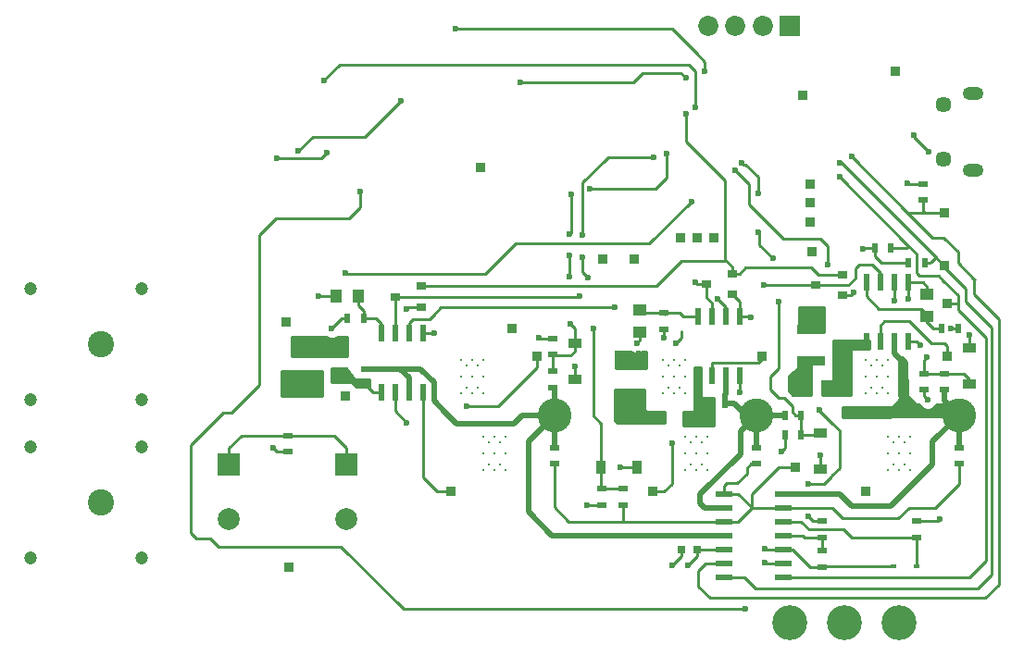
<source format=gbl>
G04 #@! TF.FileFunction,Copper,L4,Bot,Signal*
%FSLAX46Y46*%
G04 Gerber Fmt 4.6, Leading zero omitted, Abs format (unit mm)*
G04 Created by KiCad (PCBNEW 4.0.7) date Tue Jul  3 11:32:48 2018*
%MOMM*%
%LPD*%
G01*
G04 APERTURE LIST*
%ADD10C,0.100000*%
%ADD11R,2.500000X0.900000*%
%ADD12R,2.000000X2.000000*%
%ADD13C,2.000000*%
%ADD14R,0.600000X1.550000*%
%ADD15R,0.800000X0.750000*%
%ADD16R,0.900000X0.500000*%
%ADD17R,0.500000X0.900000*%
%ADD18R,1.850000X1.850000*%
%ADD19C,1.850000*%
%ADD20C,1.450000*%
%ADD21O,1.900000X1.200000*%
%ADD22R,0.900000X0.800000*%
%ADD23R,0.850000X0.850000*%
%ADD24R,1.500000X0.600000*%
%ADD25R,1.100000X1.100000*%
%ADD26C,2.400000*%
%ADD27C,1.200000*%
%ADD28C,3.200000*%
%ADD29C,3.100000*%
%ADD30C,0.320000*%
%ADD31R,0.600000X0.450000*%
%ADD32R,1.000000X1.250000*%
%ADD33R,1.250000X1.000000*%
%ADD34R,1.200000X0.900000*%
%ADD35R,0.900000X1.200000*%
%ADD36C,0.600000*%
%ADD37C,0.250000*%
%ADD38C,0.500000*%
%ADD39C,0.254000*%
G04 APERTURE END LIST*
D10*
D11*
X205740000Y-51636000D03*
X205740000Y-54536000D03*
D12*
X198750000Y-62500000D03*
D13*
X198750000Y-67500000D03*
D14*
X212690300Y-50523300D03*
X213960300Y-50523300D03*
X215230300Y-50523300D03*
X216500300Y-50523300D03*
X216500300Y-55923300D03*
X215230300Y-55923300D03*
X213960300Y-55923300D03*
X212690300Y-55923300D03*
D15*
X240100000Y-70275000D03*
X241600000Y-70275000D03*
D16*
X211242500Y-55243300D03*
X211242500Y-53743300D03*
D17*
X242582000Y-56896000D03*
X244082000Y-56896000D03*
D16*
X255397000Y-56019000D03*
X255397000Y-57519000D03*
D18*
X250063000Y-22352000D03*
D19*
X247563000Y-22352000D03*
X245063000Y-22352000D03*
X242563000Y-22352000D03*
D20*
X264083300Y-34549200D03*
X264083300Y-29549200D03*
D21*
X266783300Y-35549200D03*
X266783300Y-28549200D03*
D22*
X216361000Y-46190000D03*
X216361000Y-48090000D03*
X213961000Y-47140000D03*
X244786000Y-45024000D03*
X244786000Y-46924000D03*
X242386000Y-45974000D03*
X254819000Y-45151000D03*
X254819000Y-47051000D03*
X252419000Y-46101000D03*
D16*
X228500000Y-62450000D03*
X228500000Y-60950000D03*
X262250000Y-38325000D03*
X262250000Y-36825000D03*
X247000000Y-62450000D03*
X247000000Y-60950000D03*
X265500000Y-62450000D03*
X265500000Y-60950000D03*
D17*
X209562000Y-49149000D03*
X211062000Y-49149000D03*
X262375000Y-44050000D03*
X260875000Y-44050000D03*
X259300000Y-42675000D03*
X257800000Y-42675000D03*
D16*
X238506000Y-50153000D03*
X238506000Y-48653000D03*
X204100000Y-59850000D03*
X204100000Y-61350000D03*
D17*
X265418000Y-50038000D03*
X263918000Y-50038000D03*
D23*
X264160000Y-39497000D03*
X264160000Y-44323000D03*
X232918000Y-43688000D03*
X264439400Y-47752000D03*
X226949000Y-52578000D03*
X219000000Y-65000000D03*
X247523000Y-52578000D03*
X237500000Y-65000000D03*
X264414000Y-52578000D03*
X257000000Y-65000000D03*
X235839000Y-43688000D03*
X251206000Y-28702000D03*
X251925000Y-38550000D03*
X251900000Y-40350000D03*
X209423000Y-56261000D03*
X204200000Y-71925000D03*
X251900000Y-36875000D03*
X221742000Y-35306000D03*
X259715000Y-26543000D03*
X250500000Y-62750000D03*
D24*
X244000000Y-72810000D03*
X244000000Y-71540000D03*
X244000000Y-70270000D03*
X244000000Y-69000000D03*
X244000000Y-67730000D03*
X244000000Y-66460000D03*
X244000000Y-65190000D03*
X249400000Y-65190000D03*
X249400000Y-66460000D03*
X249400000Y-67730000D03*
X249400000Y-69000000D03*
X249400000Y-70270000D03*
X249400000Y-71540000D03*
X249400000Y-72810000D03*
D14*
X241681000Y-48989000D03*
X242951000Y-48989000D03*
X244221000Y-48989000D03*
X245491000Y-48989000D03*
X245491000Y-54389000D03*
X244221000Y-54389000D03*
X242951000Y-54389000D03*
X241681000Y-54389000D03*
X257048000Y-45814000D03*
X258318000Y-45814000D03*
X259588000Y-45814000D03*
X260858000Y-45814000D03*
X260858000Y-51214000D03*
X259588000Y-51214000D03*
X258318000Y-51214000D03*
X257048000Y-51214000D03*
D23*
X252095000Y-43053000D03*
X240050000Y-41750000D03*
X241600000Y-41775000D03*
X243125000Y-41775000D03*
D25*
X208788000Y-54486000D03*
X208788000Y-51686000D03*
X240795000Y-58166000D03*
X237995000Y-58166000D03*
X253400000Y-55325000D03*
X250600000Y-55325000D03*
D23*
X204000000Y-49500000D03*
D11*
X235375000Y-56073000D03*
X235375000Y-53173000D03*
X251950000Y-53025000D03*
X251950000Y-50125000D03*
D26*
X187000000Y-51500000D03*
D27*
X190800000Y-46420000D03*
X190800000Y-56580000D03*
X180640000Y-56580000D03*
X180640000Y-46420000D03*
D26*
X187000000Y-66000000D03*
D27*
X190800000Y-60920000D03*
X190800000Y-71080000D03*
X180640000Y-71080000D03*
X180640000Y-60920000D03*
D16*
X261650000Y-67675000D03*
X261650000Y-69175000D03*
X253025000Y-67675000D03*
X253025000Y-69175000D03*
X253025000Y-70375000D03*
X253025000Y-71875000D03*
D12*
X209500000Y-62500000D03*
D13*
X209500000Y-67500000D03*
D28*
X260000000Y-77000000D03*
X250000000Y-77000000D03*
X255000000Y-77000000D03*
D29*
X228500000Y-58000000D03*
X247000000Y-58000000D03*
X265500000Y-58000000D03*
D30*
X219968000Y-52976000D03*
X220984000Y-52976000D03*
X222000000Y-52976000D03*
X219968000Y-54500000D03*
X220984000Y-54500000D03*
X222000000Y-54500000D03*
X222000000Y-56024000D03*
X220984000Y-56024000D03*
X219968000Y-56024000D03*
X220476000Y-55516000D03*
X221492000Y-55516000D03*
X221492000Y-53484000D03*
X220476000Y-53484000D03*
X238468000Y-52976000D03*
X239484000Y-52976000D03*
X240500000Y-52976000D03*
X238468000Y-54500000D03*
X239484000Y-54500000D03*
X240500000Y-54500000D03*
X240500000Y-56024000D03*
X239484000Y-56024000D03*
X238468000Y-56024000D03*
X238976000Y-55516000D03*
X239992000Y-55516000D03*
X239992000Y-53484000D03*
X238976000Y-53484000D03*
X256968000Y-52976000D03*
X257984000Y-52976000D03*
X259000000Y-52976000D03*
X256968000Y-54500000D03*
X257984000Y-54500000D03*
X259000000Y-54500000D03*
X259000000Y-56024000D03*
X257984000Y-56024000D03*
X256968000Y-56024000D03*
X257476000Y-55516000D03*
X258492000Y-55516000D03*
X258492000Y-53484000D03*
X257476000Y-53484000D03*
X224032000Y-63024000D03*
X223016000Y-63024000D03*
X222000000Y-63024000D03*
X224032000Y-61500000D03*
X223016000Y-61500000D03*
X222000000Y-61500000D03*
X222000000Y-59976000D03*
X223016000Y-59976000D03*
X224032000Y-59976000D03*
X223524000Y-60484000D03*
X222508000Y-60484000D03*
X222508000Y-62516000D03*
X223524000Y-62516000D03*
X242532000Y-63024000D03*
X241516000Y-63024000D03*
X240500000Y-63024000D03*
X242532000Y-61500000D03*
X241516000Y-61500000D03*
X240500000Y-61500000D03*
X240500000Y-59976000D03*
X241516000Y-59976000D03*
X242532000Y-59976000D03*
X242024000Y-60484000D03*
X241008000Y-60484000D03*
X241008000Y-62516000D03*
X242024000Y-62516000D03*
X261032000Y-63024000D03*
X260016000Y-63024000D03*
X259000000Y-63024000D03*
X261032000Y-61500000D03*
X260016000Y-61500000D03*
X259000000Y-61500000D03*
X259000000Y-59976000D03*
X260016000Y-59976000D03*
X261032000Y-59976000D03*
X260524000Y-60484000D03*
X259508000Y-60484000D03*
X259508000Y-62516000D03*
X260524000Y-62516000D03*
D31*
X261654000Y-71856600D03*
X259554000Y-71856600D03*
D32*
X210562700Y-47129700D03*
X208562700Y-47129700D03*
D33*
X236321600Y-48403000D03*
X236321600Y-50403000D03*
X262597900Y-48955200D03*
X262597900Y-46955200D03*
D23*
X224599500Y-50038000D03*
D34*
X266446000Y-55117000D03*
X266446000Y-51817000D03*
X252793500Y-59627500D03*
X252793500Y-62927500D03*
D35*
X232792000Y-62738000D03*
X236092000Y-62738000D03*
D34*
X230352600Y-51385200D03*
X230352600Y-54685200D03*
D16*
X264160000Y-55677500D03*
X264160000Y-54177500D03*
D17*
X249567000Y-57975500D03*
X251067000Y-57975500D03*
D16*
X234759500Y-66218500D03*
X234759500Y-64718500D03*
X228371400Y-55436200D03*
X228371400Y-53936200D03*
X262318500Y-54177500D03*
X262318500Y-55677500D03*
D17*
X251067000Y-59817000D03*
X249567000Y-59817000D03*
D16*
X232854500Y-64718500D03*
X232854500Y-66218500D03*
X228371400Y-52464400D03*
X228371400Y-50964400D03*
D36*
X239649000Y-51435000D03*
X255879600Y-46761400D03*
X230352600Y-53543200D03*
X227126800Y-50927000D03*
X249237500Y-61341000D03*
X252793500Y-61658500D03*
X234569000Y-62738000D03*
X231521000Y-66230500D03*
X266446000Y-50609500D03*
X262636000Y-56578500D03*
X236029500Y-51384200D03*
X206921100Y-47117000D03*
X260883400Y-47383700D03*
X246507000Y-49022000D03*
X217504300Y-50523300D03*
X215011000Y-48260000D03*
X239250000Y-71750000D03*
X202750000Y-61000000D03*
X247750000Y-70250000D03*
X209425000Y-44975000D03*
X241050000Y-38425000D03*
X256750000Y-42750000D03*
X260750000Y-36750000D03*
X220472000Y-57150000D03*
X215011000Y-58674000D03*
X245491000Y-55880000D03*
X239268000Y-60579000D03*
X261937500Y-51562000D03*
X240575000Y-30450000D03*
X230800000Y-47100000D03*
X241427000Y-45847000D03*
X247650000Y-46101000D03*
X219500000Y-22650000D03*
X242250000Y-26550000D03*
X255675000Y-34350000D03*
X254600000Y-34925000D03*
X254600000Y-36200000D03*
X234050000Y-48125000D03*
X243459000Y-47371000D03*
X259588000Y-47498000D03*
X241363500Y-29845000D03*
X207400000Y-27400000D03*
X251750000Y-67250000D03*
X251750000Y-64250000D03*
X252750000Y-57500000D03*
X240550000Y-27150000D03*
X225400000Y-27550000D03*
X214500000Y-29200000D03*
X205100000Y-33800000D03*
X261350500Y-32350000D03*
X262700500Y-33850000D03*
X263750000Y-67500000D03*
X235394500Y-52362100D03*
X264731500Y-50038000D03*
X238506000Y-50927000D03*
X236220000Y-52324000D03*
X234315000Y-52324000D03*
X208153000Y-50038000D03*
X203835000Y-55880000D03*
X206248000Y-55880000D03*
X205105000Y-55880000D03*
X251210000Y-48550000D03*
X251990000Y-48540000D03*
X252820000Y-48530000D03*
X240750000Y-71750000D03*
X245999000Y-75692000D03*
X210750000Y-37500000D03*
X247750000Y-71500000D03*
X203100000Y-34500000D03*
X207700000Y-34000000D03*
X245046500Y-35560000D03*
X253492000Y-44196000D03*
X262572500Y-52705000D03*
X249047000Y-47625000D03*
X248475500Y-43624500D03*
X247142000Y-41211500D03*
X247142000Y-37719000D03*
X245668800Y-34899600D03*
X231076500Y-41465500D03*
X231076500Y-43497500D03*
X231584500Y-45402500D03*
X232092500Y-50038000D03*
X237566200Y-34366200D03*
X238785400Y-34036000D03*
X229946200Y-49606200D03*
X229895400Y-45313600D03*
X229895400Y-43357800D03*
X229895400Y-41452800D03*
X230047800Y-37769800D03*
X231724200Y-37312600D03*
D37*
X240157000Y-50280000D02*
X240157000Y-50927000D01*
X240157000Y-50927000D02*
X239649000Y-51435000D01*
X254819000Y-47051000D02*
X255590000Y-47051000D01*
X255590000Y-47051000D02*
X255879600Y-46761400D01*
X230352600Y-54685200D02*
X230352600Y-53543200D01*
X228371400Y-50964400D02*
X227164200Y-50964400D01*
X227164200Y-50964400D02*
X227126800Y-50927000D01*
X249567000Y-59817000D02*
X249567000Y-61011500D01*
X249567000Y-61011500D02*
X249237500Y-61341000D01*
X252793500Y-62927500D02*
X252793500Y-61658500D01*
X236092000Y-62738000D02*
X234569000Y-62738000D01*
X232854500Y-66218500D02*
X231533000Y-66218500D01*
X231533000Y-66218500D02*
X231521000Y-66230500D01*
X266446000Y-51817000D02*
X266446000Y-50609500D01*
X262318500Y-55677500D02*
X262318500Y-56261000D01*
X262318500Y-56261000D02*
X262636000Y-56578500D01*
X262597900Y-46955200D02*
X262597900Y-46215300D01*
X262196600Y-45814000D02*
X260858000Y-45814000D01*
X262597900Y-46215300D02*
X262196600Y-45814000D01*
X236321600Y-50403000D02*
X236321600Y-51092100D01*
X236321600Y-51092100D02*
X236029500Y-51384200D01*
X208062700Y-47129700D02*
X206933800Y-47129700D01*
X206933800Y-47129700D02*
X206921100Y-47117000D01*
X260858000Y-45814000D02*
X260858000Y-47358300D01*
X260858000Y-47358300D02*
X260883400Y-47383700D01*
X259554000Y-71856600D02*
X253043400Y-71856600D01*
X253043400Y-71856600D02*
X253025000Y-71875000D01*
X245491000Y-48989000D02*
X246474000Y-48989000D01*
X246474000Y-48989000D02*
X246507000Y-49022000D01*
X244786000Y-46924000D02*
X244790000Y-46924000D01*
X244790000Y-46924000D02*
X245491000Y-47625000D01*
X245491000Y-47625000D02*
X245491000Y-48989000D01*
X216500300Y-50523300D02*
X217504300Y-50523300D01*
X215171000Y-48090000D02*
X215171000Y-48100000D01*
X216361000Y-48090000D02*
X215171000Y-48090000D01*
X215171000Y-48100000D02*
X215011000Y-48260000D01*
X240100000Y-70275000D02*
X240100000Y-70900000D01*
X240100000Y-70900000D02*
X239250000Y-71750000D01*
X204100000Y-61350000D02*
X203100000Y-61350000D01*
X203100000Y-61350000D02*
X202750000Y-61000000D01*
X249400000Y-70270000D02*
X247770000Y-70270000D01*
X247770000Y-70270000D02*
X247750000Y-70250000D01*
X249400000Y-70270000D02*
X250270000Y-70270000D01*
X251875000Y-71875000D02*
X253025000Y-71875000D01*
X250270000Y-70270000D02*
X251875000Y-71875000D01*
X212690300Y-55923300D02*
X211922500Y-55923300D01*
X211922500Y-55923300D02*
X211242500Y-55243300D01*
X211062000Y-49149000D02*
X211062000Y-48413100D01*
X210562700Y-47913800D02*
X210562700Y-47129700D01*
X211062000Y-48413100D02*
X210562700Y-47913800D01*
X211062700Y-49148300D02*
X211062000Y-49149000D01*
X212690300Y-50523300D02*
X212690300Y-49622300D01*
X212217000Y-49149000D02*
X211062000Y-49149000D01*
X212690300Y-49622300D02*
X212217000Y-49149000D01*
X236200000Y-42300000D02*
X237175000Y-42300000D01*
X237175000Y-42300000D02*
X241050000Y-38425000D01*
X236100000Y-42300000D02*
X236200000Y-42300000D01*
X224975000Y-42300000D02*
X236100000Y-42300000D01*
X222200000Y-45075000D02*
X224975000Y-42300000D01*
X209525000Y-45075000D02*
X222200000Y-45075000D01*
X209425000Y-44975000D02*
X209525000Y-45075000D01*
X236536800Y-48653000D02*
X238506000Y-48653000D01*
X236321600Y-48437800D02*
X236536800Y-48653000D01*
X241681000Y-48989000D02*
X240251000Y-48989000D01*
X239915000Y-48653000D02*
X238506000Y-48653000D01*
X240251000Y-48989000D02*
X239915000Y-48653000D01*
X238633000Y-48780000D02*
X238506000Y-48653000D01*
X255397000Y-56019000D02*
X255397000Y-52832000D01*
X255872000Y-51214000D02*
X257048000Y-51214000D01*
X255397000Y-51689000D02*
X255872000Y-51214000D01*
X255397000Y-52832000D02*
X255397000Y-51689000D01*
X253400000Y-55325000D02*
X253400000Y-55900000D01*
X253555300Y-56055300D02*
X255383100Y-56055300D01*
X253400000Y-55900000D02*
X253555300Y-56055300D01*
D38*
X264160000Y-55677500D02*
X264160000Y-56660000D01*
X264160000Y-56660000D02*
X265500000Y-58000000D01*
X255397000Y-57519000D02*
X259195000Y-57519000D01*
X259676000Y-58000000D02*
X261962000Y-58000000D01*
X259195000Y-57519000D02*
X259676000Y-58000000D01*
X265500000Y-58000000D02*
X261962000Y-58000000D01*
X259588000Y-52324000D02*
X259588000Y-51214000D01*
X260223000Y-52959000D02*
X259588000Y-52324000D01*
X260223000Y-56261000D02*
X260223000Y-52959000D01*
X261962000Y-58000000D02*
X260223000Y-56261000D01*
X259700000Y-65875000D02*
X259250000Y-66325000D01*
X255725000Y-66325000D02*
X255284998Y-65884998D01*
X259250000Y-66325000D02*
X255725000Y-66325000D01*
X249400000Y-65190000D02*
X254590000Y-65190000D01*
X263075000Y-60425000D02*
X265500000Y-58000000D01*
X263075000Y-62500000D02*
X263075000Y-60425000D01*
X259700000Y-65875000D02*
X263075000Y-62500000D01*
X254590000Y-65190000D02*
X255284998Y-65884998D01*
X265500000Y-58000000D02*
X265500000Y-60950000D01*
D37*
X263918000Y-50038000D02*
X263180700Y-50038000D01*
X263180700Y-50038000D02*
X262496300Y-49353600D01*
X262496300Y-49353600D02*
X262496300Y-48717200D01*
X262496300Y-48717200D02*
X262039100Y-48260000D01*
X262039100Y-48260000D02*
X260921500Y-48260000D01*
X260921500Y-48260000D02*
X260731000Y-48260000D01*
X260731000Y-48260000D02*
X258191000Y-48260000D01*
X257048000Y-47117000D02*
X257048000Y-45814000D01*
X258191000Y-48260000D02*
X257048000Y-47117000D01*
X258445000Y-44050000D02*
X258426000Y-44050000D01*
X257800000Y-43424000D02*
X257800000Y-42675000D01*
X258426000Y-44050000D02*
X257800000Y-43424000D01*
X257800000Y-42675000D02*
X256825000Y-42675000D01*
X256825000Y-42675000D02*
X256750000Y-42750000D01*
X260875000Y-44050000D02*
X258445000Y-44050000D01*
X262250000Y-36825000D02*
X260825000Y-36825000D01*
X260825000Y-36825000D02*
X260750000Y-36750000D01*
X250600000Y-55325000D02*
X251375000Y-55325000D01*
X251950000Y-54750000D02*
X251950000Y-53025000D01*
X251375000Y-55325000D02*
X251950000Y-54750000D01*
X213960300Y-57470700D02*
X213960300Y-57623300D01*
X213960300Y-55923300D02*
X213960300Y-57470700D01*
X226949000Y-53594000D02*
X226949000Y-52578000D01*
X223393000Y-57150000D02*
X226949000Y-53594000D01*
X220472000Y-57150000D02*
X223393000Y-57150000D01*
X213960300Y-57623300D02*
X215011000Y-58674000D01*
D38*
X228500000Y-58000000D02*
X228500000Y-55564800D01*
X228500000Y-55564800D02*
X228371400Y-55436200D01*
X220027500Y-58737500D02*
X219583000Y-58737500D01*
X218567000Y-57721500D02*
X218567000Y-57736000D01*
X219583000Y-58737500D02*
X218567000Y-57721500D01*
X224790000Y-58737500D02*
X225527500Y-58000000D01*
X220027500Y-58737500D02*
X224790000Y-58737500D01*
X218567000Y-57736000D02*
X217531000Y-56700000D01*
X217531000Y-56700000D02*
X217531000Y-55000000D01*
X217531000Y-55000000D02*
X216274300Y-53743300D01*
X214424300Y-53743300D02*
X216274300Y-53743300D01*
X225527500Y-58000000D02*
X228500000Y-58000000D01*
X244000000Y-69000000D02*
X228300000Y-69000000D01*
X228300000Y-69000000D02*
X226125000Y-66825000D01*
X226125000Y-66825000D02*
X226125000Y-60375000D01*
X226125000Y-60375000D02*
X228500000Y-58000000D01*
X228500000Y-58000000D02*
X228500000Y-60950000D01*
X215244500Y-55937500D02*
X215230300Y-55923300D01*
X211242500Y-53743300D02*
X214424300Y-53743300D01*
X215230300Y-54549300D02*
X215230300Y-55923300D01*
X214424300Y-53743300D02*
X215230300Y-54549300D01*
D37*
X247523000Y-52578000D02*
X247523000Y-52832000D01*
X247523000Y-52832000D02*
X247142000Y-53213000D01*
X247142000Y-53213000D02*
X242951000Y-53213000D01*
X242951000Y-54389000D02*
X242951000Y-53213000D01*
D38*
X247000000Y-58000000D02*
X249542500Y-58000000D01*
X249542500Y-58000000D02*
X249567000Y-57975500D01*
X244082000Y-56896000D02*
X244082000Y-56146000D01*
X244221000Y-56007000D02*
X244221000Y-54389000D01*
X244082000Y-56146000D02*
X244221000Y-56007000D01*
X247000000Y-58000000D02*
X246087000Y-58000000D01*
X246087000Y-58000000D02*
X244983000Y-56896000D01*
X244983000Y-56896000D02*
X244082000Y-56896000D01*
X241850000Y-65278000D02*
X241850000Y-65236000D01*
X245550000Y-61536000D02*
X245550000Y-60700000D01*
X241850000Y-65236000D02*
X245550000Y-61536000D01*
X244000000Y-66460000D02*
X242260000Y-66460000D01*
X245550000Y-59450000D02*
X247000000Y-58000000D01*
X245550000Y-60700000D02*
X245550000Y-59450000D01*
X241850000Y-66050000D02*
X241850000Y-65278000D01*
X242260000Y-66460000D02*
X241850000Y-66050000D01*
X247000000Y-60950000D02*
X247000000Y-58000000D01*
X247000000Y-58000000D02*
X247000000Y-57100000D01*
D37*
X258318000Y-51214000D02*
X258318000Y-49784000D01*
X264414000Y-51689000D02*
X264414000Y-52578000D01*
X264160000Y-51435000D02*
X264414000Y-51689000D01*
X263779000Y-51435000D02*
X264160000Y-51435000D01*
X263017000Y-51435000D02*
X263779000Y-51435000D01*
X262382000Y-50800000D02*
X263017000Y-51435000D01*
X260985000Y-49403000D02*
X262382000Y-50800000D01*
X258699000Y-49403000D02*
X260985000Y-49403000D01*
X258318000Y-49784000D02*
X258699000Y-49403000D01*
X216500300Y-63119000D02*
X216500300Y-63719300D01*
X217781000Y-65000000D02*
X219000000Y-65000000D01*
X216500300Y-63719300D02*
X217781000Y-65000000D01*
X216500300Y-55923300D02*
X216500300Y-63119000D01*
X216500300Y-63119000D02*
X216500300Y-63130700D01*
X237500000Y-65000000D02*
X238530000Y-65000000D01*
X245491000Y-55880000D02*
X245491000Y-54389000D01*
X239268000Y-64262000D02*
X239268000Y-60579000D01*
X238530000Y-65000000D02*
X239268000Y-64262000D01*
X260858000Y-51214000D02*
X261589500Y-51214000D01*
X261589500Y-51214000D02*
X261937500Y-51562000D01*
X244786000Y-45024000D02*
X245425000Y-45024000D01*
X252669000Y-45151000D02*
X254819000Y-45151000D01*
X251968000Y-44450000D02*
X252669000Y-45151000D01*
X245999000Y-44450000D02*
X251968000Y-44450000D01*
X245425000Y-45024000D02*
X245999000Y-44450000D01*
X244786000Y-45024000D02*
X244786000Y-44411000D01*
X244786000Y-44411000D02*
X244140000Y-43765000D01*
X237835000Y-46190000D02*
X231866000Y-46190000D01*
X244140000Y-43765000D02*
X244030000Y-43875000D01*
X240150000Y-43875000D02*
X244030000Y-43875000D01*
X237835000Y-46190000D02*
X240150000Y-43875000D01*
X231866000Y-46190000D02*
X216361000Y-46190000D01*
X244140000Y-36540000D02*
X244140000Y-43765000D01*
X240575000Y-32975000D02*
X244140000Y-36540000D01*
X240575000Y-30450000D02*
X240575000Y-32975000D01*
X224790000Y-47140000D02*
X230760000Y-47140000D01*
X230760000Y-47140000D02*
X230800000Y-47100000D01*
X224791000Y-47140000D02*
X224790000Y-47140000D01*
X224790000Y-47140000D02*
X213961000Y-47140000D01*
X230800000Y-47100000D02*
X230760000Y-47140000D01*
X213961000Y-47140000D02*
X213961000Y-50522600D01*
X213961000Y-50522600D02*
X213960300Y-50523300D01*
X242951000Y-48989000D02*
X242951000Y-47752000D01*
X242386000Y-47187000D02*
X242386000Y-45974000D01*
X242951000Y-47752000D02*
X242386000Y-47187000D01*
X242386000Y-45974000D02*
X241554000Y-45974000D01*
X241554000Y-45974000D02*
X241427000Y-45847000D01*
X241427000Y-45847000D02*
X241452000Y-45872000D01*
X247650000Y-46101000D02*
X252419000Y-46101000D01*
X256032000Y-45085000D02*
X256032000Y-44577000D01*
X258318000Y-44958000D02*
X258318000Y-45814000D01*
X257556000Y-44196000D02*
X258318000Y-44958000D01*
X256413000Y-44196000D02*
X257556000Y-44196000D01*
X256032000Y-44577000D02*
X256413000Y-44196000D01*
X252419000Y-46101000D02*
X255397000Y-46101000D01*
X256032000Y-45466000D02*
X256032000Y-45085000D01*
X255397000Y-46101000D02*
X256032000Y-45466000D01*
X258318000Y-45212000D02*
X258318000Y-45814000D01*
X239250000Y-22650000D02*
X219500000Y-22650000D01*
X241450000Y-24850000D02*
X239250000Y-22650000D01*
X242250000Y-25650000D02*
X241450000Y-24850000D01*
X242250000Y-26550000D02*
X242250000Y-25650000D01*
X234759500Y-66218500D02*
X234759500Y-67730000D01*
X234759500Y-67730000D02*
X234759500Y-67627500D01*
X234759500Y-67627500D02*
X234759500Y-67730000D01*
X244665500Y-64198500D02*
X244284500Y-64198500D01*
X244000000Y-64483000D02*
X244000000Y-65190000D01*
X244284500Y-64198500D02*
X244000000Y-64483000D01*
X246477500Y-62450000D02*
X247000000Y-62450000D01*
X246126000Y-62801500D02*
X246477500Y-62450000D01*
X246126000Y-63309500D02*
X246126000Y-62801500D01*
X245237000Y-64198500D02*
X246126000Y-63309500D01*
X244665500Y-64198500D02*
X245237000Y-64198500D01*
X246565000Y-66435000D02*
X246565000Y-65185000D01*
X249000000Y-62750000D02*
X250500000Y-62750000D01*
X246565000Y-65185000D02*
X249000000Y-62750000D01*
X244000000Y-65190000D02*
X245320000Y-65190000D01*
X245320000Y-65190000D02*
X246565000Y-66435000D01*
X246565000Y-66435000D02*
X246590000Y-66460000D01*
X244000000Y-67730000D02*
X245320000Y-67730000D01*
X245320000Y-67730000D02*
X246590000Y-66460000D01*
X246590000Y-66460000D02*
X249400000Y-66460000D01*
X260950000Y-66460000D02*
X260950000Y-66475000D01*
X263315000Y-66460000D02*
X265500000Y-64275000D01*
X265500000Y-64275000D02*
X265500000Y-62450000D01*
X260950000Y-66460000D02*
X263315000Y-66460000D01*
X259075000Y-67450000D02*
X254875000Y-67450000D01*
X249400000Y-66460000D02*
X253885000Y-66460000D01*
X254875000Y-67450000D02*
X253885000Y-66460000D01*
X260950000Y-66475000D02*
X259975000Y-67450000D01*
X259975000Y-67450000D02*
X259075000Y-67450000D01*
X244000000Y-67730000D02*
X234759500Y-67730000D01*
X234759500Y-67730000D02*
X229805000Y-67730000D01*
X228500000Y-66425000D02*
X228500000Y-62450000D01*
X229805000Y-67730000D02*
X228500000Y-66425000D01*
X269150000Y-61250000D02*
X269150000Y-73475000D01*
X266887500Y-46912500D02*
X269150000Y-49175000D01*
X266887500Y-45562500D02*
X266887500Y-46912500D01*
X269150000Y-49175000D02*
X269150000Y-61250000D01*
X242335000Y-71540000D02*
X244000000Y-71540000D01*
X241675000Y-72200000D02*
X242335000Y-71540000D01*
X241675000Y-73650000D02*
X241675000Y-72200000D01*
X242750000Y-74725000D02*
X241675000Y-73650000D01*
X267900000Y-74725000D02*
X242750000Y-74725000D01*
X269150000Y-73475000D02*
X267900000Y-74725000D01*
X262250000Y-38325000D02*
X262250000Y-39300000D01*
X262250000Y-39300000D02*
X262447000Y-39497000D01*
X265412000Y-44087000D02*
X265412000Y-43071000D01*
X264124000Y-41783000D02*
X263108000Y-41783000D01*
X265412000Y-43071000D02*
X264124000Y-41783000D01*
X264160000Y-39497000D02*
X262447000Y-39497000D01*
X262447000Y-39497000D02*
X260822000Y-39497000D01*
X260985000Y-39497000D02*
X260985000Y-39660000D01*
X260822000Y-39497000D02*
X260985000Y-39497000D01*
X266936000Y-45611000D02*
X266887500Y-45562500D01*
X266887500Y-45562500D02*
X265412000Y-44087000D01*
X263108000Y-41783000D02*
X260985000Y-39660000D01*
X260985000Y-39660000D02*
X255675000Y-34350000D01*
X268487500Y-60987500D02*
X268487500Y-72562500D01*
X264033000Y-44333000D02*
X266128500Y-46428500D01*
X266128500Y-47603500D02*
X268487500Y-49962500D01*
X266128500Y-46428500D02*
X266128500Y-47603500D01*
X268487500Y-49962500D02*
X268487500Y-60987500D01*
X245860000Y-72810000D02*
X244000000Y-72810000D01*
X246900000Y-73850000D02*
X245860000Y-72810000D01*
X267200000Y-73850000D02*
X246900000Y-73850000D01*
X268487500Y-72562500D02*
X267200000Y-73850000D01*
X262375000Y-44050000D02*
X262850000Y-44050000D01*
X262975000Y-43925000D02*
X263368500Y-43531500D01*
X262850000Y-44050000D02*
X262975000Y-43925000D01*
X264033000Y-44196000D02*
X264033000Y-44333000D01*
X254600000Y-34925000D02*
X254762000Y-34925000D01*
X254762000Y-34925000D02*
X263368500Y-43531500D01*
X263368500Y-43531500D02*
X264033000Y-44196000D01*
X254625000Y-34925000D02*
X254600000Y-34925000D01*
X262420100Y-45250100D02*
X261912100Y-45250100D01*
X261620000Y-44958000D02*
X261620000Y-44450000D01*
X261912100Y-45250100D02*
X261620000Y-44958000D01*
X264439400Y-47752000D02*
X265400000Y-47752000D01*
X262420100Y-45250100D02*
X263650100Y-45250100D01*
X263650100Y-45250100D02*
X264013000Y-45613000D01*
X267950000Y-60575000D02*
X267950000Y-71350000D01*
X266490000Y-72810000D02*
X249400000Y-72810000D01*
X267950000Y-71350000D02*
X266490000Y-72810000D01*
X265400000Y-47752000D02*
X265400000Y-48350000D01*
X267950000Y-50900000D02*
X267950000Y-60575000D01*
X267950000Y-60575000D02*
X267950000Y-60625000D01*
X265400000Y-48350000D02*
X267950000Y-50900000D01*
X259300000Y-42675000D02*
X260700000Y-42675000D01*
X260700000Y-42675000D02*
X260887500Y-42487500D01*
X265400000Y-47752000D02*
X265303000Y-47752000D01*
X265303000Y-47752000D02*
X265400000Y-47752000D01*
X264013000Y-45613000D02*
X265400000Y-47000000D01*
X265400000Y-47752000D02*
X265400000Y-47000000D01*
X261620000Y-44450000D02*
X261620000Y-43220000D01*
X254600000Y-36200000D02*
X260887500Y-42487500D01*
X260887500Y-42487500D02*
X261620000Y-43220000D01*
X234050000Y-48125000D02*
X228081000Y-48125000D01*
X217081000Y-49175000D02*
X215581000Y-49175000D01*
X217406000Y-48850000D02*
X217081000Y-49175000D01*
X215230300Y-50523300D02*
X215230300Y-49525700D01*
X215581000Y-49175000D02*
X215230300Y-49525700D01*
X218131000Y-48125000D02*
X217406000Y-48850000D01*
X228081000Y-48125000D02*
X218131000Y-48125000D01*
X244221000Y-48133000D02*
X244221000Y-48989000D01*
X243459000Y-47371000D02*
X244221000Y-48133000D01*
X259588000Y-47498000D02*
X259588000Y-45814000D01*
X241363500Y-29845000D02*
X241427000Y-29781500D01*
X241427000Y-29781500D02*
X241427000Y-26543000D01*
X241427000Y-26543000D02*
X240792000Y-25908000D01*
X240792000Y-25908000D02*
X208851500Y-25908000D01*
X208851500Y-25908000D02*
X207391000Y-27368500D01*
X207391000Y-27391000D02*
X207391000Y-27368500D01*
X207400000Y-27400000D02*
X207391000Y-27391000D01*
X253873000Y-58674000D02*
X254571500Y-59372500D01*
X253873000Y-63500000D02*
X253873000Y-63563500D01*
X254571500Y-62801500D02*
X253873000Y-63500000D01*
X254571500Y-59372500D02*
X254571500Y-62801500D01*
X252750000Y-57500000D02*
X252750000Y-57551000D01*
X253186500Y-64250000D02*
X251750000Y-64250000D01*
X253025000Y-67675000D02*
X252175000Y-67675000D01*
X252175000Y-67675000D02*
X251750000Y-67250000D01*
X253873000Y-63563500D02*
X253186500Y-64250000D01*
X252750000Y-57551000D02*
X253873000Y-58674000D01*
X214500000Y-29200000D02*
X211200000Y-32500000D01*
X240050000Y-26650000D02*
X240550000Y-27150000D01*
X236600000Y-26650000D02*
X240050000Y-26650000D01*
X235700000Y-27550000D02*
X236600000Y-26650000D01*
X225400000Y-27550000D02*
X235700000Y-27550000D01*
X206400000Y-32500000D02*
X205100000Y-33800000D01*
X211200000Y-32500000D02*
X206400000Y-32500000D01*
X261350500Y-32500000D02*
X261350500Y-32350000D01*
X262700500Y-33850000D02*
X261350500Y-32500000D01*
X261650000Y-67675000D02*
X263575000Y-67675000D01*
X263575000Y-67675000D02*
X263750000Y-67500000D01*
X235375000Y-53173000D02*
X235375000Y-52381600D01*
X235375000Y-52381600D02*
X235394500Y-52362100D01*
X265418000Y-50038000D02*
X264731500Y-50038000D01*
X238506000Y-50153000D02*
X238506000Y-50927000D01*
X235375000Y-53173000D02*
X235375000Y-53169000D01*
X235375000Y-53169000D02*
X236220000Y-52324000D01*
X235375000Y-53173000D02*
X235164000Y-53173000D01*
X235164000Y-53173000D02*
X234315000Y-52324000D01*
X209562000Y-49149000D02*
X209042000Y-49149000D01*
X209042000Y-49149000D02*
X208153000Y-50038000D01*
X205740000Y-54536000D02*
X205179000Y-54536000D01*
X205179000Y-54536000D02*
X203835000Y-55880000D01*
X205740000Y-54536000D02*
X205740000Y-55372000D01*
X205740000Y-55372000D02*
X206248000Y-55880000D01*
X205740000Y-54536000D02*
X205740000Y-55245000D01*
X205740000Y-55245000D02*
X205105000Y-55880000D01*
X235375000Y-53173000D02*
X235545000Y-53173000D01*
X251950000Y-50125000D02*
X251815000Y-50125000D01*
X251815000Y-50125000D02*
X251210000Y-49520000D01*
X251210000Y-49520000D02*
X251210000Y-48550000D01*
X251950000Y-50125000D02*
X251950000Y-48580000D01*
X251950000Y-48580000D02*
X251990000Y-48540000D01*
X251950000Y-50125000D02*
X252495000Y-50125000D01*
X252495000Y-50125000D02*
X252820000Y-49800000D01*
X252820000Y-49800000D02*
X252820000Y-48530000D01*
X204100000Y-59850000D02*
X199900000Y-59850000D01*
X198750000Y-61000000D02*
X198750000Y-62500000D01*
X199900000Y-59850000D02*
X198750000Y-61000000D01*
X209500000Y-62500000D02*
X209500000Y-61000000D01*
X208350000Y-59850000D02*
X204100000Y-59850000D01*
X209500000Y-61000000D02*
X208350000Y-59850000D01*
X241600000Y-70275000D02*
X241600000Y-70900000D01*
X241600000Y-70900000D02*
X240750000Y-71750000D01*
X244000000Y-70270000D02*
X241605000Y-70270000D01*
X241605000Y-70270000D02*
X241600000Y-70275000D01*
X245999000Y-75692000D02*
X245999000Y-75750000D01*
X235500000Y-75750000D02*
X214750000Y-75750000D01*
X214750000Y-75750000D02*
X209000000Y-70000000D01*
X247790000Y-71540000D02*
X247750000Y-71500000D01*
X245999000Y-75750000D02*
X242500000Y-75750000D01*
X242500000Y-75750000D02*
X235500000Y-75750000D01*
X209000000Y-70000000D02*
X197750000Y-70000000D01*
X197750000Y-70000000D02*
X197000000Y-69250000D01*
X197000000Y-69250000D02*
X195750000Y-69250000D01*
X195750000Y-69250000D02*
X195250000Y-68750000D01*
X195250000Y-68750000D02*
X195250000Y-60750000D01*
X195250000Y-60750000D02*
X198250000Y-57750000D01*
X198250000Y-57750000D02*
X199000000Y-57750000D01*
X199000000Y-57750000D02*
X201500000Y-55250000D01*
X201500000Y-55250000D02*
X201500000Y-41500000D01*
X201500000Y-41500000D02*
X203000000Y-40000000D01*
X203000000Y-40000000D02*
X209750000Y-40000000D01*
X209750000Y-40000000D02*
X210750000Y-39000000D01*
X210750000Y-39000000D02*
X210750000Y-37500000D01*
X249400000Y-71540000D02*
X247790000Y-71540000D01*
X249400000Y-69000000D02*
X251200000Y-69000000D01*
X251375000Y-69175000D02*
X253025000Y-69175000D01*
X251200000Y-69000000D02*
X251375000Y-69175000D01*
X253025000Y-70375000D02*
X253025000Y-69175000D01*
X207200000Y-34500000D02*
X203100000Y-34500000D01*
X207700000Y-34000000D02*
X207200000Y-34500000D01*
X261654000Y-71856600D02*
X261654000Y-69179000D01*
X261654000Y-69179000D02*
X261650000Y-69175000D01*
X261650000Y-69175000D02*
X255725000Y-69175000D01*
X251080000Y-67730000D02*
X249400000Y-67730000D01*
X251775000Y-68425000D02*
X251080000Y-67730000D01*
X254975000Y-68425000D02*
X251775000Y-68425000D01*
X255725000Y-69175000D02*
X254975000Y-68425000D01*
X264160000Y-54177500D02*
X262318500Y-54177500D01*
X262318500Y-52959000D02*
X262318500Y-54177500D01*
X246316500Y-36830000D02*
X245046500Y-35560000D01*
X246316500Y-38735000D02*
X246316500Y-36830000D01*
X249428000Y-41846500D02*
X246316500Y-38735000D01*
X252793500Y-41846500D02*
X249428000Y-41846500D01*
X253492000Y-42545000D02*
X252793500Y-41846500D01*
X253492000Y-44196000D02*
X253492000Y-42545000D01*
X262318500Y-52959000D02*
X262572500Y-52705000D01*
X266446000Y-55117000D02*
X266446000Y-54673500D01*
X266446000Y-54673500D02*
X265950000Y-54177500D01*
X265950000Y-54177500D02*
X262318500Y-54177500D01*
X245808500Y-35052000D02*
X245808500Y-35039300D01*
X248475500Y-43624500D02*
X247269000Y-42418000D01*
X247269000Y-42418000D02*
X247269000Y-41402000D01*
X247269000Y-41402000D02*
X247142000Y-41275000D01*
X247142000Y-41275000D02*
X247142000Y-41211500D01*
X247142000Y-37719000D02*
X247142000Y-36195000D01*
X247142000Y-36195000D02*
X245999000Y-35052000D01*
X245999000Y-35052000D02*
X245808500Y-35052000D01*
X251067000Y-57975500D02*
X250571000Y-57975500D01*
X249047000Y-53657500D02*
X249047000Y-48387000D01*
X248285000Y-54419500D02*
X249047000Y-53657500D01*
X248285000Y-55626000D02*
X248285000Y-54419500D01*
X249047000Y-56388000D02*
X248285000Y-55626000D01*
X249491500Y-56388000D02*
X249047000Y-56388000D01*
X250253500Y-57150000D02*
X249491500Y-56388000D01*
X250253500Y-57658000D02*
X250253500Y-57150000D01*
X250571000Y-57975500D02*
X250253500Y-57658000D01*
X249047000Y-48387000D02*
X249047000Y-47625000D01*
X245808500Y-35039300D02*
X245668800Y-34899600D01*
X251067000Y-59817000D02*
X252604000Y-59817000D01*
X252604000Y-59817000D02*
X252793500Y-59627500D01*
X251067000Y-57975500D02*
X251067000Y-59817000D01*
X237566200Y-34366200D02*
X233413300Y-34366200D01*
X231076500Y-36703000D02*
X233235500Y-34544000D01*
X232792000Y-58738500D02*
X232792000Y-62738000D01*
X231076500Y-41465500D02*
X231076500Y-40259000D01*
X231076500Y-44894500D02*
X231076500Y-43497500D01*
X231584500Y-45402500D02*
X231076500Y-44894500D01*
X232092500Y-58039000D02*
X232092500Y-50038000D01*
X232792000Y-58738500D02*
X232092500Y-58039000D01*
X231076500Y-40259000D02*
X231076500Y-36703000D01*
X233413300Y-34366200D02*
X233235500Y-34544000D01*
X234759500Y-64718500D02*
X232854500Y-64718500D01*
X232854500Y-64718500D02*
X232792000Y-64656000D01*
X232792000Y-64656000D02*
X232792000Y-62738000D01*
X230352600Y-50038000D02*
X229946200Y-49631600D01*
X229946200Y-49631600D02*
X229946200Y-49606200D01*
X229895400Y-45313600D02*
X229895400Y-43357800D01*
X229895400Y-41452800D02*
X230047800Y-41300400D01*
X230047800Y-41300400D02*
X230047800Y-37769800D01*
X231724200Y-37312600D02*
X237744000Y-37312600D01*
X237744000Y-37312600D02*
X238785400Y-36271200D01*
X238785400Y-36271200D02*
X238785400Y-34036000D01*
X230352600Y-51385200D02*
X230352600Y-50038000D01*
X228371400Y-53936200D02*
X228371400Y-52464400D01*
X228371400Y-52464400D02*
X228408800Y-52501800D01*
X228408800Y-52501800D02*
X229997000Y-52501800D01*
X229997000Y-52501800D02*
X230352600Y-52146200D01*
X230352600Y-52146200D02*
X230352600Y-51385200D01*
D39*
G36*
X235499173Y-52176392D02*
X235842701Y-52319038D01*
X236214667Y-52319362D01*
X236558443Y-52177317D01*
X236560764Y-52175000D01*
X236873000Y-52175000D01*
X236873000Y-53671000D01*
X234127000Y-53671000D01*
X234127000Y-52175000D01*
X235497783Y-52175000D01*
X235499173Y-52176392D01*
X235499173Y-52176392D01*
G37*
X235499173Y-52176392D02*
X235842701Y-52319038D01*
X236214667Y-52319362D01*
X236558443Y-52177317D01*
X236560764Y-52175000D01*
X236873000Y-52175000D01*
X236873000Y-53671000D01*
X234127000Y-53671000D01*
X234127000Y-52175000D01*
X235497783Y-52175000D01*
X235499173Y-52176392D01*
G36*
X253123000Y-50373000D02*
X250877000Y-50373000D01*
X250877000Y-48127000D01*
X253123000Y-48127000D01*
X253123000Y-50373000D01*
X253123000Y-50373000D01*
G37*
X253123000Y-50373000D02*
X250877000Y-50373000D01*
X250877000Y-48127000D01*
X253123000Y-48127000D01*
X253123000Y-50373000D01*
G36*
X207622673Y-50830192D02*
X207966201Y-50972838D01*
X208338167Y-50973162D01*
X208681943Y-50831117D01*
X208713114Y-50800000D01*
X209550000Y-50800000D01*
X209550000Y-52578000D01*
X204470000Y-52578000D01*
X204470000Y-50800000D01*
X207592534Y-50800000D01*
X207622673Y-50830192D01*
X207622673Y-50830192D01*
G37*
X207622673Y-50830192D02*
X207966201Y-50972838D01*
X208338167Y-50973162D01*
X208681943Y-50831117D01*
X208713114Y-50800000D01*
X209550000Y-50800000D01*
X209550000Y-52578000D01*
X204470000Y-52578000D01*
X204470000Y-50800000D01*
X207592534Y-50800000D01*
X207622673Y-50830192D01*
G36*
X210210400Y-54686200D02*
X210248051Y-54719725D01*
X210312000Y-54737000D01*
X211582000Y-54737000D01*
X211582000Y-55372000D01*
X210364606Y-55372000D01*
X210020803Y-55028197D01*
X209978789Y-55000334D01*
X209931000Y-54991000D01*
X208153000Y-54991000D01*
X208153000Y-53721000D01*
X209486500Y-53721000D01*
X210210400Y-54686200D01*
X210210400Y-54686200D01*
G37*
X210210400Y-54686200D02*
X210248051Y-54719725D01*
X210312000Y-54737000D01*
X211582000Y-54737000D01*
X211582000Y-55372000D01*
X210364606Y-55372000D01*
X210020803Y-55028197D01*
X209978789Y-55000334D01*
X209931000Y-54991000D01*
X208153000Y-54991000D01*
X208153000Y-53721000D01*
X209486500Y-53721000D01*
X210210400Y-54686200D01*
G36*
X207264000Y-56261000D02*
X203581000Y-56261000D01*
X203581000Y-53975000D01*
X207264000Y-53975000D01*
X207264000Y-56261000D01*
X207264000Y-56261000D01*
G37*
X207264000Y-56261000D02*
X203581000Y-56261000D01*
X203581000Y-53975000D01*
X207264000Y-53975000D01*
X207264000Y-56261000D01*
G36*
X236728000Y-57404000D02*
X236738006Y-57453410D01*
X236765197Y-57493803D01*
X236892197Y-57620803D01*
X236934211Y-57648666D01*
X236982000Y-57658000D01*
X238633000Y-57658000D01*
X238633000Y-58674000D01*
X234240606Y-58674000D01*
X234061000Y-58494394D01*
X234061000Y-55626000D01*
X236728000Y-55626000D01*
X236728000Y-57404000D01*
X236728000Y-57404000D01*
G37*
X236728000Y-57404000D02*
X236738006Y-57453410D01*
X236765197Y-57493803D01*
X236892197Y-57620803D01*
X236934211Y-57648666D01*
X236982000Y-57658000D01*
X238633000Y-57658000D01*
X238633000Y-58674000D01*
X234240606Y-58674000D01*
X234061000Y-58494394D01*
X234061000Y-55626000D01*
X236728000Y-55626000D01*
X236728000Y-57404000D01*
G36*
X241935000Y-56261000D02*
X241945006Y-56310410D01*
X241973447Y-56352035D01*
X242015841Y-56379315D01*
X242062000Y-56388000D01*
X243078000Y-56388000D01*
X243078000Y-58928000D01*
X240284000Y-58928000D01*
X240284000Y-57658000D01*
X241173000Y-57658000D01*
X241222410Y-57647994D01*
X241264035Y-57619553D01*
X241291315Y-57577159D01*
X241300000Y-57531000D01*
X241300000Y-53594000D01*
X241935000Y-53594000D01*
X241935000Y-56261000D01*
X241935000Y-56261000D01*
G37*
X241935000Y-56261000D02*
X241945006Y-56310410D01*
X241973447Y-56352035D01*
X242015841Y-56379315D01*
X242062000Y-56388000D01*
X243078000Y-56388000D01*
X243078000Y-58928000D01*
X240284000Y-58928000D01*
X240284000Y-57658000D01*
X241173000Y-57658000D01*
X241222410Y-57647994D01*
X241264035Y-57619553D01*
X241291315Y-57577159D01*
X241300000Y-57531000D01*
X241300000Y-53594000D01*
X241935000Y-53594000D01*
X241935000Y-56261000D01*
G36*
X260732069Y-53139675D02*
X260794526Y-56200091D01*
X260805538Y-56249287D01*
X260834639Y-56290151D01*
X261596639Y-57004526D01*
X261639529Y-57031020D01*
X261689348Y-57038740D01*
X261738245Y-57026470D01*
X261742853Y-57023000D01*
X261807992Y-57023000D01*
X261842883Y-57107443D01*
X262105673Y-57370692D01*
X262449201Y-57513338D01*
X262821167Y-57513662D01*
X263164943Y-57371617D01*
X263428192Y-57108827D01*
X263463831Y-57023000D01*
X265366500Y-57023000D01*
X265366500Y-58039000D01*
X261788917Y-58039000D01*
X261772053Y-58014319D01*
X261729659Y-57987039D01*
X261674958Y-57978642D01*
X259837730Y-58102500D01*
X259334000Y-58102500D01*
X259284590Y-58112506D01*
X259242965Y-58140947D01*
X259226844Y-58166000D01*
X254889000Y-58166000D01*
X254889000Y-57277000D01*
X259226633Y-57277000D01*
X259245447Y-57304535D01*
X259287841Y-57331815D01*
X259337509Y-57340452D01*
X259386623Y-57329084D01*
X259431564Y-57294803D01*
X260066564Y-56532803D01*
X260090509Y-56488440D01*
X260095983Y-56449418D01*
X260034599Y-52705000D01*
X260297394Y-52705000D01*
X260732069Y-53139675D01*
X260732069Y-53139675D01*
G37*
X260732069Y-53139675D02*
X260794526Y-56200091D01*
X260805538Y-56249287D01*
X260834639Y-56290151D01*
X261596639Y-57004526D01*
X261639529Y-57031020D01*
X261689348Y-57038740D01*
X261738245Y-57026470D01*
X261742853Y-57023000D01*
X261807992Y-57023000D01*
X261842883Y-57107443D01*
X262105673Y-57370692D01*
X262449201Y-57513338D01*
X262821167Y-57513662D01*
X263164943Y-57371617D01*
X263428192Y-57108827D01*
X263463831Y-57023000D01*
X265366500Y-57023000D01*
X265366500Y-58039000D01*
X261788917Y-58039000D01*
X261772053Y-58014319D01*
X261729659Y-57987039D01*
X261674958Y-57978642D01*
X259837730Y-58102500D01*
X259334000Y-58102500D01*
X259284590Y-58112506D01*
X259242965Y-58140947D01*
X259226844Y-58166000D01*
X254889000Y-58166000D01*
X254889000Y-57277000D01*
X259226633Y-57277000D01*
X259245447Y-57304535D01*
X259287841Y-57331815D01*
X259337509Y-57340452D01*
X259386623Y-57329084D01*
X259431564Y-57294803D01*
X260066564Y-56532803D01*
X260090509Y-56488440D01*
X260095983Y-56449418D01*
X260034599Y-52705000D01*
X260297394Y-52705000D01*
X260732069Y-53139675D01*
G36*
X251968000Y-56134000D02*
X250312302Y-56134000D01*
X250028901Y-55850599D01*
X249936000Y-55788525D01*
X249936000Y-54414413D01*
X250780651Y-53690426D01*
X250811654Y-53650673D01*
X250825000Y-53594000D01*
X250825000Y-52705000D01*
X251968000Y-52705000D01*
X251968000Y-56134000D01*
X251968000Y-56134000D01*
G37*
X251968000Y-56134000D02*
X250312302Y-56134000D01*
X250028901Y-55850599D01*
X249936000Y-55788525D01*
X249936000Y-54414413D01*
X250780651Y-53690426D01*
X250811654Y-53650673D01*
X250825000Y-53594000D01*
X250825000Y-52705000D01*
X251968000Y-52705000D01*
X251968000Y-56134000D01*
G36*
X257302000Y-51943000D02*
X255778000Y-51943000D01*
X255728590Y-51953006D01*
X255686965Y-51981447D01*
X255659685Y-52023841D01*
X255651000Y-52070000D01*
X255651000Y-56134000D01*
X252984000Y-56134000D01*
X252984000Y-54864000D01*
X253873000Y-54864000D01*
X253922410Y-54853994D01*
X253964035Y-54825553D01*
X253991315Y-54783159D01*
X254000000Y-54737000D01*
X254000000Y-51181000D01*
X257302000Y-51181000D01*
X257302000Y-51943000D01*
X257302000Y-51943000D01*
G37*
X257302000Y-51943000D02*
X255778000Y-51943000D01*
X255728590Y-51953006D01*
X255686965Y-51981447D01*
X255659685Y-52023841D01*
X255651000Y-52070000D01*
X255651000Y-56134000D01*
X252984000Y-56134000D01*
X252984000Y-54864000D01*
X253873000Y-54864000D01*
X253922410Y-54853994D01*
X253964035Y-54825553D01*
X253991315Y-54783159D01*
X254000000Y-54737000D01*
X254000000Y-51181000D01*
X257302000Y-51181000D01*
X257302000Y-51943000D01*
M02*

</source>
